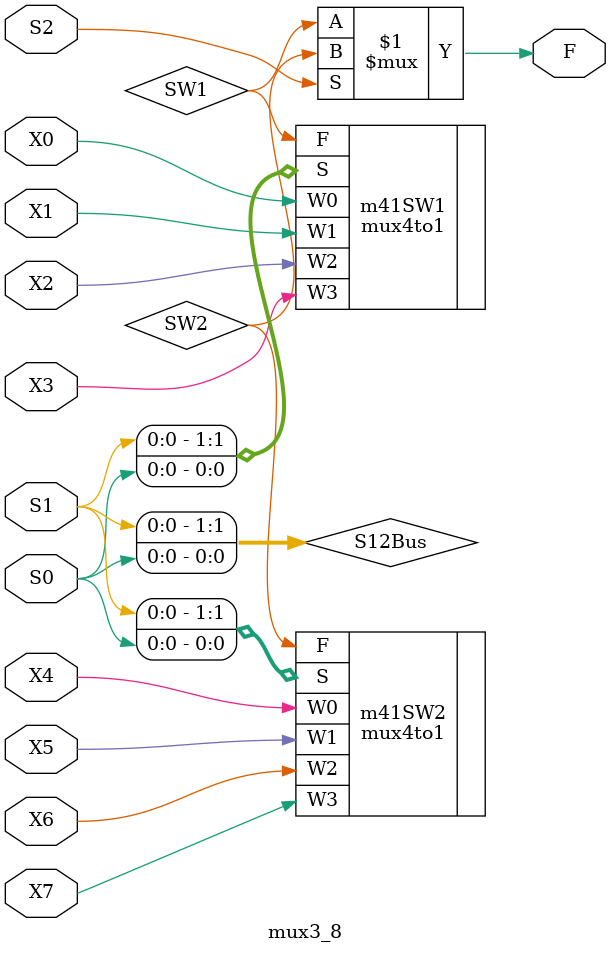
<source format=v>

`ifndef mux3_8
  `define mux3_8

  `include "mux4to1.v"
  module mux3_8(S2, S1, S0, X7, X6, X5, X4, X3, X2, X1, X0, F);
    input X7;
    input X6;
    input X5;
    input X4;
    input X3;
    input X2;
    input X1;
    input X0;

    input S2;
    input S1;
    input S0;
	 
	 output F;

    wire SW1;
    wire SW2;

    wire [1:0] S12Bus;
    assign S12Bus = {S1, S0};

    mux4to1 m41SW1 (.W0(X0), .W1(X1), .W2(X2), .W3(X3), .S(S12Bus), .F(SW1));
    mux4to1 m41SW2 (.W0(X4), .W1(X5), .W2(X6), .W3(X7), .S(S12Bus), .F(SW2));

    assign F = (S2) ? (SW2) : (SW1);


  endmodule

`endif

</source>
